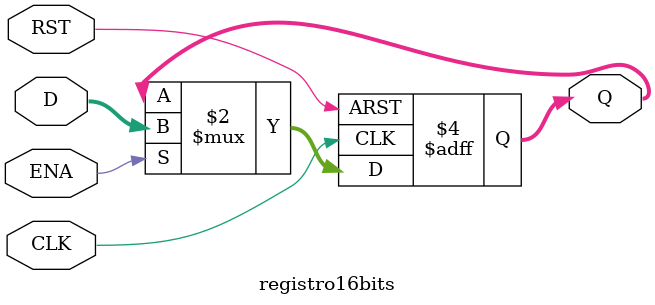
<source format=v>
`timescale 1ns / 1ps


module registro16bits(
    input        CLK,
    input        RST,
    input        ENA,
    input [15:0] D,
    output reg [15:0] Q
);
always @(posedge CLK or posedge RST) begin
    if (RST) begin
        Q <= 16'h0000;  // Reset asíncrono
    end
    else if (ENA) begin
        Q <= D;         // Carga sincrónica
    end
    // Nota: Se omite el 'else', Q mantiene su valor automáticamente
end
endmodule
</source>
